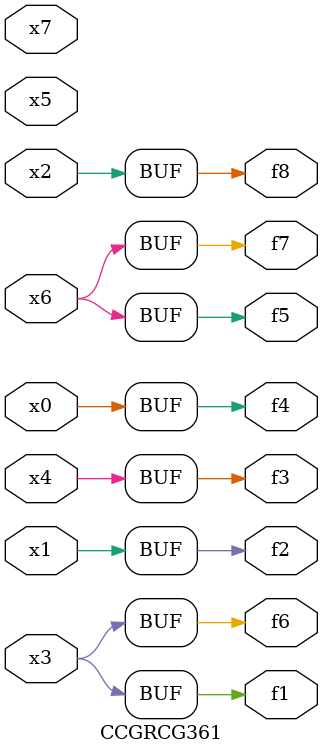
<source format=v>
module CCGRCG361(
	input x0, x1, x2, x3, x4, x5, x6, x7,
	output f1, f2, f3, f4, f5, f6, f7, f8
);
	assign f1 = x3;
	assign f2 = x1;
	assign f3 = x4;
	assign f4 = x0;
	assign f5 = x6;
	assign f6 = x3;
	assign f7 = x6;
	assign f8 = x2;
endmodule

</source>
